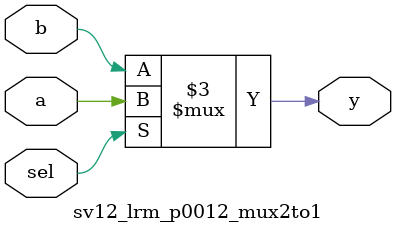
<source format=sv>

module sv12_lrm_p0012_mux2to1 (input wire a, b, sel, // combined port and type declaration
                output logic y);
  always_comb begin // procedural block
    if (sel) y = a; // procedural statement
    else y = b;
  end
endmodule: sv12_lrm_p0012_mux2to1


</source>
